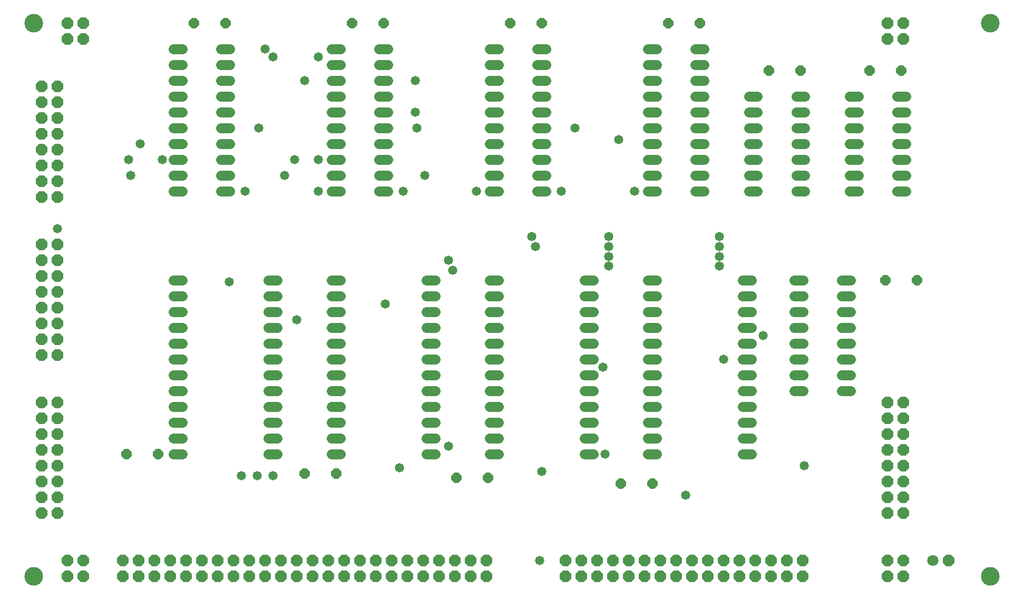
<source format=gts>
G75*
%MOIN*%
%OFA0B0*%
%FSLAX24Y24*%
%IPPOS*%
%LPD*%
%AMOC8*
5,1,8,0,0,1.08239X$1,22.5*
%
%ADD10C,0.1180*%
%ADD11C,0.0640*%
%ADD12OC8,0.0720*%
%ADD13OC8,0.0640*%
%ADD14OC8,0.0710*%
%ADD15C,0.0710*%
%ADD16C,0.0580*%
D10*
X005265Y006140D03*
X005265Y041140D03*
X065765Y041140D03*
X065765Y006140D03*
D11*
X050670Y013890D02*
X050110Y013890D01*
X050110Y014890D02*
X050670Y014890D01*
X050670Y015890D02*
X050110Y015890D01*
X050110Y016890D02*
X050670Y016890D01*
X050670Y017890D02*
X050110Y017890D01*
X050110Y018890D02*
X050670Y018890D01*
X050670Y019890D02*
X050110Y019890D01*
X050110Y020890D02*
X050670Y020890D01*
X050670Y021890D02*
X050110Y021890D01*
X050110Y022890D02*
X050670Y022890D01*
X050670Y023890D02*
X050110Y023890D01*
X050110Y024890D02*
X050670Y024890D01*
X053360Y024890D02*
X053920Y024890D01*
X053920Y023890D02*
X053360Y023890D01*
X053360Y022890D02*
X053920Y022890D01*
X053920Y021890D02*
X053360Y021890D01*
X053360Y020890D02*
X053920Y020890D01*
X053920Y019890D02*
X053360Y019890D01*
X053360Y018890D02*
X053920Y018890D01*
X053920Y017890D02*
X053360Y017890D01*
X056360Y017890D02*
X056920Y017890D01*
X056920Y018890D02*
X056360Y018890D01*
X056360Y019890D02*
X056920Y019890D01*
X056920Y020890D02*
X056360Y020890D01*
X056360Y021890D02*
X056920Y021890D01*
X056920Y022890D02*
X056360Y022890D01*
X056360Y023890D02*
X056920Y023890D01*
X056920Y024890D02*
X056360Y024890D01*
X056860Y030515D02*
X057420Y030515D01*
X057420Y031515D02*
X056860Y031515D01*
X056860Y032515D02*
X057420Y032515D01*
X057420Y033515D02*
X056860Y033515D01*
X056860Y034515D02*
X057420Y034515D01*
X057420Y035515D02*
X056860Y035515D01*
X056860Y036515D02*
X057420Y036515D01*
X059860Y036515D02*
X060420Y036515D01*
X060420Y035515D02*
X059860Y035515D01*
X059860Y034515D02*
X060420Y034515D01*
X060420Y033515D02*
X059860Y033515D01*
X059860Y032515D02*
X060420Y032515D01*
X060420Y031515D02*
X059860Y031515D01*
X059860Y030515D02*
X060420Y030515D01*
X054045Y030515D02*
X053485Y030515D01*
X053485Y031515D02*
X054045Y031515D01*
X054045Y032515D02*
X053485Y032515D01*
X053485Y033515D02*
X054045Y033515D01*
X054045Y034515D02*
X053485Y034515D01*
X053485Y035515D02*
X054045Y035515D01*
X054045Y036515D02*
X053485Y036515D01*
X051045Y036515D02*
X050485Y036515D01*
X050485Y035515D02*
X051045Y035515D01*
X051045Y034515D02*
X050485Y034515D01*
X050485Y033515D02*
X051045Y033515D01*
X051045Y032515D02*
X050485Y032515D01*
X050485Y031515D02*
X051045Y031515D01*
X051045Y030515D02*
X050485Y030515D01*
X047670Y030515D02*
X047110Y030515D01*
X047110Y031515D02*
X047670Y031515D01*
X047670Y032515D02*
X047110Y032515D01*
X047110Y033515D02*
X047670Y033515D01*
X047670Y034515D02*
X047110Y034515D01*
X047110Y035515D02*
X047670Y035515D01*
X047670Y036515D02*
X047110Y036515D01*
X047110Y037515D02*
X047670Y037515D01*
X047670Y038515D02*
X047110Y038515D01*
X047110Y039515D02*
X047670Y039515D01*
X044670Y039515D02*
X044110Y039515D01*
X044110Y038515D02*
X044670Y038515D01*
X044670Y037515D02*
X044110Y037515D01*
X044110Y036515D02*
X044670Y036515D01*
X044670Y035515D02*
X044110Y035515D01*
X044110Y034515D02*
X044670Y034515D01*
X044670Y033515D02*
X044110Y033515D01*
X044110Y032515D02*
X044670Y032515D01*
X044670Y031515D02*
X044110Y031515D01*
X044110Y030515D02*
X044670Y030515D01*
X037670Y030515D02*
X037110Y030515D01*
X037110Y031515D02*
X037670Y031515D01*
X037670Y032515D02*
X037110Y032515D01*
X037110Y033515D02*
X037670Y033515D01*
X037670Y034515D02*
X037110Y034515D01*
X037110Y035515D02*
X037670Y035515D01*
X037670Y036515D02*
X037110Y036515D01*
X037110Y037515D02*
X037670Y037515D01*
X037670Y038515D02*
X037110Y038515D01*
X037110Y039515D02*
X037670Y039515D01*
X034670Y039515D02*
X034110Y039515D01*
X034110Y038515D02*
X034670Y038515D01*
X034670Y037515D02*
X034110Y037515D01*
X034110Y036515D02*
X034670Y036515D01*
X034670Y035515D02*
X034110Y035515D01*
X034110Y034515D02*
X034670Y034515D01*
X034670Y033515D02*
X034110Y033515D01*
X034110Y032515D02*
X034670Y032515D01*
X034670Y031515D02*
X034110Y031515D01*
X034110Y030515D02*
X034670Y030515D01*
X027670Y030515D02*
X027110Y030515D01*
X027110Y031515D02*
X027670Y031515D01*
X027670Y032515D02*
X027110Y032515D01*
X027110Y033515D02*
X027670Y033515D01*
X027670Y034515D02*
X027110Y034515D01*
X027110Y035515D02*
X027670Y035515D01*
X027670Y036515D02*
X027110Y036515D01*
X027110Y037515D02*
X027670Y037515D01*
X027670Y038515D02*
X027110Y038515D01*
X027110Y039515D02*
X027670Y039515D01*
X024670Y039515D02*
X024110Y039515D01*
X024110Y038515D02*
X024670Y038515D01*
X024670Y037515D02*
X024110Y037515D01*
X024110Y036515D02*
X024670Y036515D01*
X024670Y035515D02*
X024110Y035515D01*
X024110Y034515D02*
X024670Y034515D01*
X024670Y033515D02*
X024110Y033515D01*
X024110Y032515D02*
X024670Y032515D01*
X024670Y031515D02*
X024110Y031515D01*
X024110Y030515D02*
X024670Y030515D01*
X017670Y030515D02*
X017110Y030515D01*
X017110Y031515D02*
X017670Y031515D01*
X017670Y032515D02*
X017110Y032515D01*
X017110Y033515D02*
X017670Y033515D01*
X017670Y034515D02*
X017110Y034515D01*
X017110Y035515D02*
X017670Y035515D01*
X017670Y036515D02*
X017110Y036515D01*
X017110Y037515D02*
X017670Y037515D01*
X017670Y038515D02*
X017110Y038515D01*
X017110Y039515D02*
X017670Y039515D01*
X014670Y039515D02*
X014110Y039515D01*
X014110Y038515D02*
X014670Y038515D01*
X014670Y037515D02*
X014110Y037515D01*
X014110Y036515D02*
X014670Y036515D01*
X014670Y035515D02*
X014110Y035515D01*
X014110Y034515D02*
X014670Y034515D01*
X014670Y033515D02*
X014110Y033515D01*
X014110Y032515D02*
X014670Y032515D01*
X014670Y031515D02*
X014110Y031515D01*
X014110Y030515D02*
X014670Y030515D01*
X014670Y024890D02*
X014110Y024890D01*
X014110Y023890D02*
X014670Y023890D01*
X014670Y022890D02*
X014110Y022890D01*
X014110Y021890D02*
X014670Y021890D01*
X014670Y020890D02*
X014110Y020890D01*
X014110Y019890D02*
X014670Y019890D01*
X014670Y018890D02*
X014110Y018890D01*
X014110Y017890D02*
X014670Y017890D01*
X014670Y016890D02*
X014110Y016890D01*
X014110Y015890D02*
X014670Y015890D01*
X014670Y014890D02*
X014110Y014890D01*
X014110Y013890D02*
X014670Y013890D01*
X020110Y013890D02*
X020670Y013890D01*
X020670Y014890D02*
X020110Y014890D01*
X020110Y015890D02*
X020670Y015890D01*
X020670Y016890D02*
X020110Y016890D01*
X020110Y017890D02*
X020670Y017890D01*
X020670Y018890D02*
X020110Y018890D01*
X020110Y019890D02*
X020670Y019890D01*
X020670Y020890D02*
X020110Y020890D01*
X020110Y021890D02*
X020670Y021890D01*
X020670Y022890D02*
X020110Y022890D01*
X020110Y023890D02*
X020670Y023890D01*
X020670Y024890D02*
X020110Y024890D01*
X024110Y024890D02*
X024670Y024890D01*
X024670Y023890D02*
X024110Y023890D01*
X024110Y022890D02*
X024670Y022890D01*
X024670Y021890D02*
X024110Y021890D01*
X024110Y020890D02*
X024670Y020890D01*
X024670Y019890D02*
X024110Y019890D01*
X024110Y018890D02*
X024670Y018890D01*
X024670Y017890D02*
X024110Y017890D01*
X024110Y016890D02*
X024670Y016890D01*
X024670Y015890D02*
X024110Y015890D01*
X024110Y014890D02*
X024670Y014890D01*
X024670Y013890D02*
X024110Y013890D01*
X030110Y013890D02*
X030670Y013890D01*
X030670Y014890D02*
X030110Y014890D01*
X030110Y015890D02*
X030670Y015890D01*
X030670Y016890D02*
X030110Y016890D01*
X030110Y017890D02*
X030670Y017890D01*
X030670Y018890D02*
X030110Y018890D01*
X030110Y019890D02*
X030670Y019890D01*
X030670Y020890D02*
X030110Y020890D01*
X030110Y021890D02*
X030670Y021890D01*
X030670Y022890D02*
X030110Y022890D01*
X030110Y023890D02*
X030670Y023890D01*
X030670Y024890D02*
X030110Y024890D01*
X034110Y024890D02*
X034670Y024890D01*
X034670Y023890D02*
X034110Y023890D01*
X034110Y022890D02*
X034670Y022890D01*
X034670Y021890D02*
X034110Y021890D01*
X034110Y020890D02*
X034670Y020890D01*
X034670Y019890D02*
X034110Y019890D01*
X034110Y018890D02*
X034670Y018890D01*
X034670Y017890D02*
X034110Y017890D01*
X034110Y016890D02*
X034670Y016890D01*
X034670Y015890D02*
X034110Y015890D01*
X034110Y014890D02*
X034670Y014890D01*
X034670Y013890D02*
X034110Y013890D01*
X040110Y013890D02*
X040670Y013890D01*
X040670Y014890D02*
X040110Y014890D01*
X040110Y015890D02*
X040670Y015890D01*
X040670Y016890D02*
X040110Y016890D01*
X040110Y017890D02*
X040670Y017890D01*
X040670Y018890D02*
X040110Y018890D01*
X040110Y019890D02*
X040670Y019890D01*
X040670Y020890D02*
X040110Y020890D01*
X040110Y021890D02*
X040670Y021890D01*
X040670Y022890D02*
X040110Y022890D01*
X040110Y023890D02*
X040670Y023890D01*
X040670Y024890D02*
X040110Y024890D01*
X044110Y024890D02*
X044670Y024890D01*
X044670Y023890D02*
X044110Y023890D01*
X044110Y022890D02*
X044670Y022890D01*
X044670Y021890D02*
X044110Y021890D01*
X044110Y020890D02*
X044670Y020890D01*
X044670Y019890D02*
X044110Y019890D01*
X044110Y018890D02*
X044670Y018890D01*
X044670Y017890D02*
X044110Y017890D01*
X044110Y016890D02*
X044670Y016890D01*
X044670Y015890D02*
X044110Y015890D01*
X044110Y014890D02*
X044670Y014890D01*
X044670Y013890D02*
X044110Y013890D01*
D12*
X043890Y007140D03*
X042890Y007140D03*
X041890Y007140D03*
X041890Y006140D03*
X042890Y006140D03*
X043890Y006140D03*
X044890Y006140D03*
X045890Y006140D03*
X045890Y007140D03*
X044890Y007140D03*
X046890Y007140D03*
X047890Y007140D03*
X048890Y007140D03*
X048890Y006140D03*
X047890Y006140D03*
X046890Y006140D03*
X049890Y006140D03*
X050890Y006140D03*
X050890Y007140D03*
X049890Y007140D03*
X051890Y007140D03*
X052890Y007140D03*
X052890Y006140D03*
X051890Y006140D03*
X053890Y006140D03*
X053890Y007140D03*
X059265Y007140D03*
X060265Y007140D03*
X060265Y006140D03*
X059265Y006140D03*
X059265Y010140D03*
X060265Y010140D03*
X060265Y011140D03*
X059265Y011140D03*
X059265Y012140D03*
X060265Y012140D03*
X060265Y013140D03*
X059265Y013140D03*
X059265Y014140D03*
X060265Y014140D03*
X060265Y015140D03*
X059265Y015140D03*
X059265Y016140D03*
X060265Y016140D03*
X060265Y017140D03*
X059265Y017140D03*
X040890Y007140D03*
X039890Y007140D03*
X039890Y006140D03*
X040890Y006140D03*
X038890Y006140D03*
X038890Y007140D03*
X033890Y007140D03*
X032890Y007140D03*
X032890Y006140D03*
X033890Y006140D03*
X031890Y006140D03*
X030890Y006140D03*
X029890Y006140D03*
X029890Y007140D03*
X030890Y007140D03*
X031890Y007140D03*
X028890Y007140D03*
X027890Y007140D03*
X027890Y006140D03*
X028890Y006140D03*
X026890Y006140D03*
X025890Y006140D03*
X024890Y006140D03*
X024890Y007140D03*
X025890Y007140D03*
X026890Y007140D03*
X023890Y007140D03*
X022890Y007140D03*
X022890Y006140D03*
X023890Y006140D03*
X021890Y006140D03*
X020890Y006140D03*
X019890Y006140D03*
X019890Y007140D03*
X020890Y007140D03*
X021890Y007140D03*
X018890Y007140D03*
X017890Y007140D03*
X017890Y006140D03*
X018890Y006140D03*
X016890Y006140D03*
X015890Y006140D03*
X015890Y007140D03*
X016890Y007140D03*
X014890Y007140D03*
X013890Y007140D03*
X012890Y007140D03*
X012890Y006140D03*
X013890Y006140D03*
X014890Y006140D03*
X011890Y006140D03*
X010890Y006140D03*
X010890Y007140D03*
X011890Y007140D03*
X008390Y007140D03*
X007390Y007140D03*
X007390Y006140D03*
X008390Y006140D03*
X006765Y010140D03*
X005765Y010140D03*
X005765Y011140D03*
X006765Y011140D03*
X006765Y012140D03*
X005765Y012140D03*
X005765Y013140D03*
X006765Y013140D03*
X006765Y014140D03*
X005765Y014140D03*
X005765Y015140D03*
X006765Y015140D03*
X006765Y016140D03*
X005765Y016140D03*
X005765Y017140D03*
X006765Y017140D03*
X006765Y020140D03*
X005765Y020140D03*
X005765Y021140D03*
X006765Y021140D03*
X006765Y022140D03*
X005765Y022140D03*
X005765Y023140D03*
X006765Y023140D03*
X006765Y024140D03*
X005765Y024140D03*
X005765Y025140D03*
X006765Y025140D03*
X006765Y026140D03*
X005765Y026140D03*
X005765Y027140D03*
X006765Y027140D03*
X006765Y030140D03*
X005765Y030140D03*
X005765Y031140D03*
X006765Y031140D03*
X006765Y032140D03*
X005765Y032140D03*
X005765Y033140D03*
X006765Y033140D03*
X006765Y034140D03*
X005765Y034140D03*
X005765Y035140D03*
X006765Y035140D03*
X006765Y036140D03*
X005765Y036140D03*
X005765Y037140D03*
X006765Y037140D03*
X007390Y040140D03*
X008390Y040140D03*
X008390Y041140D03*
X007390Y041140D03*
X059265Y041140D03*
X060265Y041140D03*
X060265Y040140D03*
X059265Y040140D03*
D13*
X060140Y038140D03*
X058140Y038140D03*
X053765Y038140D03*
X051765Y038140D03*
X047390Y041140D03*
X045390Y041140D03*
X037390Y041140D03*
X035390Y041140D03*
X027390Y041140D03*
X025390Y041140D03*
X017390Y041140D03*
X015390Y041140D03*
X013140Y013890D03*
X011140Y013890D03*
X022390Y012640D03*
X024390Y012640D03*
X032015Y012390D03*
X034015Y012390D03*
X042390Y012015D03*
X044390Y012015D03*
X059140Y024890D03*
X061140Y024890D03*
D14*
X063140Y007140D03*
D15*
X062140Y007140D03*
D16*
X054015Y013140D03*
X046515Y011265D03*
X041390Y013890D03*
X037390Y012765D03*
X031515Y014390D03*
X028390Y013015D03*
X020390Y012515D03*
X019390Y012515D03*
X018390Y012515D03*
X021890Y022390D03*
X017640Y024765D03*
X018640Y030515D03*
X021140Y031515D03*
X021765Y032515D03*
X023265Y032515D03*
X023265Y030515D03*
X028640Y030515D03*
X030015Y031515D03*
X033265Y030515D03*
X036765Y027640D03*
X037015Y027015D03*
X041640Y027015D03*
X041640Y027640D03*
X041640Y026390D03*
X041640Y025765D03*
X043265Y030515D03*
X042265Y033765D03*
X039515Y034515D03*
X038640Y030515D03*
X031515Y026140D03*
X031765Y025515D03*
X027515Y023390D03*
X041265Y019390D03*
X048890Y019890D03*
X051390Y021390D03*
X048640Y025765D03*
X048640Y026390D03*
X048640Y027015D03*
X048640Y027640D03*
X029515Y034515D03*
X029390Y035515D03*
X029390Y037515D03*
X023265Y039015D03*
X022390Y037515D03*
X020390Y039015D03*
X019890Y039515D03*
X019515Y034515D03*
X013390Y032515D03*
X011390Y031515D03*
X011265Y032515D03*
X012015Y033515D03*
X006765Y028140D03*
X037265Y007140D03*
M02*

</source>
